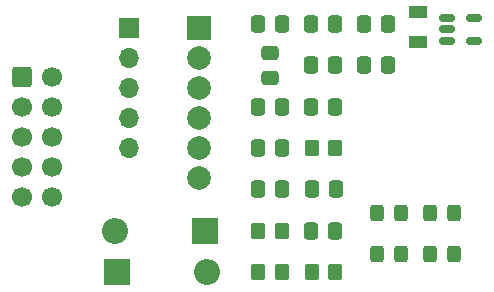
<source format=gbr>
%TF.GenerationSoftware,KiCad,Pcbnew,8.0.4*%
%TF.CreationDate,2024-08-16T22:24:09+02:00*%
%TF.ProjectId,breakout_pwr,62726561-6b6f-4757-945f-7077722e6b69,rev?*%
%TF.SameCoordinates,Original*%
%TF.FileFunction,Soldermask,Top*%
%TF.FilePolarity,Negative*%
%FSLAX46Y46*%
G04 Gerber Fmt 4.6, Leading zero omitted, Abs format (unit mm)*
G04 Created by KiCad (PCBNEW 8.0.4) date 2024-08-16 22:24:09*
%MOMM*%
%LPD*%
G01*
G04 APERTURE LIST*
G04 Aperture macros list*
%AMRoundRect*
0 Rectangle with rounded corners*
0 $1 Rounding radius*
0 $2 $3 $4 $5 $6 $7 $8 $9 X,Y pos of 4 corners*
0 Add a 4 corners polygon primitive as box body*
4,1,4,$2,$3,$4,$5,$6,$7,$8,$9,$2,$3,0*
0 Add four circle primitives for the rounded corners*
1,1,$1+$1,$2,$3*
1,1,$1+$1,$4,$5*
1,1,$1+$1,$6,$7*
1,1,$1+$1,$8,$9*
0 Add four rect primitives between the rounded corners*
20,1,$1+$1,$2,$3,$4,$5,0*
20,1,$1+$1,$4,$5,$6,$7,0*
20,1,$1+$1,$6,$7,$8,$9,0*
20,1,$1+$1,$8,$9,$2,$3,0*%
G04 Aperture macros list end*
%ADD10RoundRect,0.250000X-0.337500X-0.475000X0.337500X-0.475000X0.337500X0.475000X-0.337500X0.475000X0*%
%ADD11RoundRect,0.250000X-0.325000X-0.450000X0.325000X-0.450000X0.325000X0.450000X-0.325000X0.450000X0*%
%ADD12RoundRect,0.250000X-0.475000X0.337500X-0.475000X-0.337500X0.475000X-0.337500X0.475000X0.337500X0*%
%ADD13R,1.700000X1.700000*%
%ADD14O,1.700000X1.700000*%
%ADD15RoundRect,0.250000X-0.600000X-0.600000X0.600000X-0.600000X0.600000X0.600000X-0.600000X0.600000X0*%
%ADD16C,1.700000*%
%ADD17R,2.200000X2.200000*%
%ADD18O,2.200000X2.200000*%
%ADD19RoundRect,0.250000X-0.350000X-0.450000X0.350000X-0.450000X0.350000X0.450000X-0.350000X0.450000X0*%
%ADD20RoundRect,0.150000X-0.512500X-0.150000X0.512500X-0.150000X0.512500X0.150000X-0.512500X0.150000X0*%
%ADD21R,1.500000X1.000000*%
%ADD22R,2.000000X2.000000*%
%ADD23C,2.000000*%
G04 APERTURE END LIST*
D10*
%TO.C,C1*%
X160425000Y-43000000D03*
X162500000Y-43000000D03*
%TD*%
D11*
%TO.C,D4*%
X170500000Y-59000000D03*
X172550000Y-59000000D03*
%TD*%
D10*
%TO.C,C8*%
X160500000Y-57000000D03*
X162575000Y-57000000D03*
%TD*%
D11*
%TO.C,D3*%
X166000000Y-59000000D03*
X168050000Y-59000000D03*
%TD*%
D12*
%TO.C,C11*%
X156962500Y-45462500D03*
X156962500Y-47537500D03*
%TD*%
D13*
%TO.C,J1*%
X145000000Y-43340000D03*
D14*
X145000000Y-45880000D03*
X145000000Y-48420000D03*
X145000000Y-50960000D03*
X145000000Y-53500000D03*
%TD*%
D10*
%TO.C,C10*%
X160425000Y-46500000D03*
X162500000Y-46500000D03*
%TD*%
D11*
%TO.C,D5*%
X166000000Y-62500000D03*
X168050000Y-62500000D03*
%TD*%
D10*
%TO.C,C9*%
X155925000Y-43000000D03*
X158000000Y-43000000D03*
%TD*%
D15*
%TO.C,J2*%
X135960000Y-47500000D03*
D16*
X138500000Y-47500000D03*
X135960000Y-50040000D03*
X138500000Y-50040000D03*
X135960000Y-52580000D03*
X138500000Y-52580000D03*
X135960000Y-55120000D03*
X138500000Y-55120000D03*
X135960000Y-57660000D03*
X138500000Y-57660000D03*
%TD*%
D10*
%TO.C,C2*%
X160425000Y-50000000D03*
X162500000Y-50000000D03*
%TD*%
D17*
%TO.C,D1*%
X151500000Y-60500000D03*
D18*
X143880000Y-60500000D03*
%TD*%
D11*
%TO.C,D6*%
X170500000Y-62500000D03*
X172550000Y-62500000D03*
%TD*%
D10*
%TO.C,C6*%
X155925000Y-53500000D03*
X158000000Y-53500000D03*
%TD*%
%TO.C,C4*%
X164925000Y-46500000D03*
X167000000Y-46500000D03*
%TD*%
D19*
%TO.C,R3*%
X156000000Y-64000000D03*
X158000000Y-64000000D03*
%TD*%
D20*
%TO.C,U2*%
X172000000Y-42500000D03*
X172000000Y-43450000D03*
X172000000Y-44400000D03*
X174275000Y-44400000D03*
X174275000Y-42500000D03*
%TD*%
D21*
%TO.C,L1*%
X169500000Y-44500000D03*
X169500000Y-42000000D03*
%TD*%
D10*
%TO.C,C7*%
X155925000Y-56990000D03*
X158000000Y-56990000D03*
%TD*%
%TO.C,C3*%
X164925000Y-43000000D03*
X167000000Y-43000000D03*
%TD*%
D19*
%TO.C,R4*%
X160500000Y-64000000D03*
X162500000Y-64000000D03*
%TD*%
%TO.C,R2*%
X160500000Y-53500000D03*
X162500000Y-53500000D03*
%TD*%
D10*
%TO.C,C12*%
X160425000Y-60500000D03*
X162500000Y-60500000D03*
%TD*%
D19*
%TO.C,R1*%
X156000000Y-60500000D03*
X158000000Y-60500000D03*
%TD*%
D22*
%TO.C,J3*%
X151000000Y-43380000D03*
D23*
X151000000Y-45920000D03*
X151000000Y-48460000D03*
X151000000Y-51000000D03*
X151000000Y-53540000D03*
X151000000Y-56080000D03*
%TD*%
D10*
%TO.C,C5*%
X155925000Y-50000000D03*
X158000000Y-50000000D03*
%TD*%
D17*
%TO.C,D2*%
X144000000Y-64000000D03*
D18*
X151620000Y-64000000D03*
%TD*%
M02*

</source>
